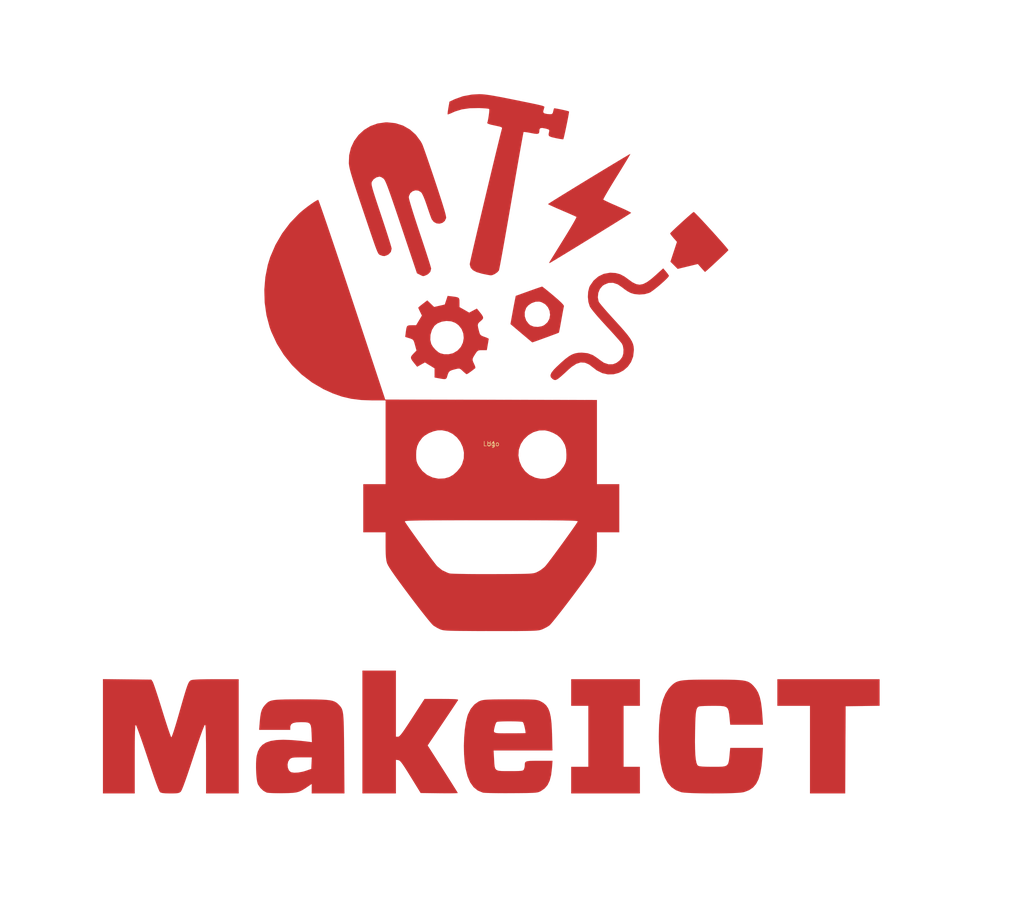
<source format=kicad_pcb>
(kicad_pcb (version 4) (host pcbnew 4.0.2+dfsg1-stable)

  (general
    (links 0)
    (no_connects 0)
    (area 153.67 104.14 467.360001 394.970001)
    (thickness 1.6)
    (drawings 2)
    (tracks 0)
    (zones 0)
    (modules 1)
    (nets 1)
  )

  (page A1)
  (layers
    (0 F.Cu signal)
    (31 B.Cu signal)
    (32 B.Adhes user)
    (33 F.Adhes user)
    (34 B.Paste user)
    (35 F.Paste user)
    (36 B.SilkS user)
    (37 F.SilkS user)
    (38 B.Mask user)
    (39 F.Mask user)
    (40 Dwgs.User user)
    (41 Cmts.User user)
    (42 Eco1.User user)
    (43 Eco2.User user)
    (44 Edge.Cuts user)
    (45 Margin user)
    (46 B.CrtYd user)
    (47 F.CrtYd user)
    (48 B.Fab user)
    (49 F.Fab user)
  )

  (setup
    (last_trace_width 0.25)
    (trace_clearance 0.2)
    (zone_clearance 0.508)
    (zone_45_only no)
    (trace_min 0.2)
    (segment_width 0.2)
    (edge_width 0.15)
    (via_size 0.6)
    (via_drill 0.4)
    (via_min_size 0.4)
    (via_min_drill 0.3)
    (uvia_size 0.3)
    (uvia_drill 0.1)
    (uvias_allowed no)
    (uvia_min_size 0.2)
    (uvia_min_drill 0.1)
    (pcb_text_width 0.3)
    (pcb_text_size 1.5 1.5)
    (mod_edge_width 0.15)
    (mod_text_size 1 1)
    (mod_text_width 0.15)
    (pad_size 1.524 1.524)
    (pad_drill 0.762)
    (pad_to_mask_clearance 0.2)
    (aux_axis_origin 0 0)
    (visible_elements FFFFFF7F)
    (pcbplotparams
      (layerselection 0x00000_00000001)
      (usegerberextensions false)
      (excludeedgelayer true)
      (linewidth 0.100000)
      (plotframeref false)
      (viasonmask false)
      (mode 1)
      (useauxorigin false)
      (hpglpennumber 1)
      (hpglpenspeed 20)
      (hpglpendiameter 15)
      (hpglpenoverlay 2)
      (psnegative false)
      (psa4output false)
      (plotreference true)
      (plotvalue true)
      (plotinvisibletext false)
      (padsonsilk false)
      (subtractmaskfromsilk false)
      (outputformat 1)
      (mirror false)
      (drillshape 0)
      (scaleselection 1)
      (outputdirectory ""))
  )

  (net 0 "")

  (net_class Default "This is the default net class."
    (clearance 0.2)
    (trace_width 0.25)
    (via_dia 0.6)
    (via_drill 0.4)
    (uvia_dia 0.3)
    (uvia_drill 0.1)
  )

  (module KiCad:LOGO (layer F.Cu) (tedit 0) (tstamp 58F15AAA)
    (at 314.8711 249.7836)
    (path /58F13072)
    (fp_text reference U1 (at 0 0) (layer F.SilkS)
      (effects (font (thickness 0.15)))
    )
    (fp_text value Logo (at 0 0) (layer F.SilkS)
      (effects (font (thickness 0.15)))
    )
    (fp_poly (pts (xy -119.625777 77.386869) (xy -111.68711 77.47) (xy -111.229666 78.147887) (xy -111.037362 78.577143)
      (xy -110.706359 79.47673) (xy -110.26006 80.776314) (xy -109.721872 82.405562) (xy -109.115197 84.294139)
      (xy -108.463442 86.37171) (xy -108.091111 87.579667) (xy -107.434083 89.699084) (xy -106.81736 91.639531)
      (xy -106.26265 93.336451) (xy -105.791665 94.725284) (xy -105.426114 95.741471) (xy -105.187708 96.320454)
      (xy -105.114481 96.431212) (xy -104.961055 96.195956) (xy -104.679835 95.474261) (xy -104.289852 94.324705)
      (xy -103.810135 92.805862) (xy -103.259715 90.976308) (xy -102.657622 88.894619) (xy -102.600378 88.692765)
      (xy -101.835947 86.001792) (xy -101.202967 83.802676) (xy -100.682606 82.043205) (xy -100.256034 80.671166)
      (xy -99.90442 79.634345) (xy -99.608932 78.88053) (xy -99.35074 78.357508) (xy -99.111012 78.013066)
      (xy -98.870918 77.794991) (xy -98.619375 77.654583) (xy -98.072865 77.537008) (xy -97.001891 77.446041)
      (xy -95.396682 77.381294) (xy -93.247469 77.342378) (xy -90.544481 77.328904) (xy -90.438943 77.328888)
      (xy -82.973333 77.328888) (xy -82.973333 114.864444) (xy -93.697778 114.864444) (xy -93.697778 103.575555)
      (xy -93.701224 100.644825) (xy -93.712476 98.235248) (xy -93.732905 96.303569) (xy -93.763882 94.806533)
      (xy -93.806777 93.700885) (xy -93.862962 92.94337) (xy -93.933807 92.490733) (xy -94.020683 92.299719)
      (xy -94.055551 92.286666) (xy -94.234636 92.551453) (xy -94.567894 93.325473) (xy -95.044343 94.578222)
      (xy -95.652999 96.27919) (xy -96.38288 98.397871) (xy -97.223003 100.903757) (xy -97.91556 103.008897)
      (xy -98.944739 106.131224) (xy -99.82091 108.726891) (xy -100.549556 110.810973) (xy -101.136161 112.398547)
      (xy -101.586207 113.504688) (xy -101.905176 114.144473) (xy -102.020977 114.297786) (xy -102.37582 114.56304)
      (xy -102.84184 114.731207) (xy -103.545647 114.82324) (xy -104.613852 114.860094) (xy -105.444804 114.864444)
      (xy -107.060128 114.825208) (xy -108.154184 114.704604) (xy -108.76487 114.498287) (xy -108.789975 114.480903)
      (xy -109.037577 114.086534) (xy -109.442631 113.150615) (xy -110.004974 111.673588) (xy -110.724447 109.655894)
      (xy -111.600888 107.097976) (xy -112.634136 104.000276) (xy -112.869898 103.284649) (xy -113.652215 100.928131)
      (xy -114.392 98.742987) (xy -115.068717 96.786712) (xy -115.661829 95.1168) (xy -116.150798 93.790745)
      (xy -116.515087 92.866039) (xy -116.734159 92.400178) (xy -116.77376 92.355783) (xy -116.864368 92.44093)
      (xy -116.938948 92.790011) (xy -116.998788 93.444434) (xy -117.045177 94.445606) (xy -117.079404 95.834934)
      (xy -117.102758 97.653827) (xy -117.116526 99.943692) (xy -117.121999 102.745937) (xy -117.122222 103.552037)
      (xy -117.122222 114.864444) (xy -127.564445 114.864444) (xy -127.564445 77.303739) (xy -119.625777 77.386869)) (layer F.Cu) (width 0.01))
    (fp_poly (pts (xy -59.735223 83.967198) (xy -57.460846 83.991207) (xy -55.627347 84.041755) (xy -54.17298 84.127459)
      (xy -53.036001 84.25694) (xy -52.154664 84.438813) (xy -51.467224 84.681698) (xy -50.911937 84.994213)
      (xy -50.427056 85.384976) (xy -50.113982 85.691608) (xy -49.740616 86.086073) (xy -49.427082 86.469187)
      (xy -49.167723 86.892091) (xy -48.956884 87.40593) (xy -48.788908 88.061843) (xy -48.65814 88.910974)
      (xy -48.558924 90.004464) (xy -48.485603 91.393455) (xy -48.432521 93.129089) (xy -48.394023 95.262509)
      (xy -48.364452 97.844856) (xy -48.338152 100.927273) (xy -48.331194 101.811666) (xy -48.228995 114.864444)
      (xy -58.984445 114.864444) (xy -58.984445 111.732883) (xy -60.183889 112.554487) (xy -61.336279 113.327096)
      (xy -62.284064 113.89051) (xy -63.155437 114.279264) (xy -64.078589 114.52789) (xy -65.181712 114.670923)
      (xy -66.592999 114.742898) (xy -68.438889 114.778324) (xy -70.04307 114.783735) (xy -71.504431 114.758312)
      (xy -72.704399 114.706391) (xy -73.524399 114.632307) (xy -73.771669 114.583312) (xy -74.834232 114.016524)
      (xy -75.840397 113.082567) (xy -76.601945 111.963111) (xy -76.696762 111.76) (xy -76.921673 110.932068)
      (xy -77.098239 109.689118) (xy -77.220322 108.178996) (xy -77.281785 106.549547) (xy -77.277964 105.394592)
      (xy -66.926902 105.394592) (xy -66.833245 106.414883) (xy -66.471979 107.292279) (xy -65.862581 107.851928)
      (xy -65.757778 107.895254) (xy -64.750681 108.057388) (xy -63.419083 107.996004) (xy -61.948767 107.728841)
      (xy -60.96 107.437109) (xy -59.125556 106.798076) (xy -59.042105 104.904593) (xy -58.958655 103.011111)
      (xy -62.269471 103.011111) (xy -63.707712 103.020011) (xy -64.697324 103.058652) (xy -65.354002 103.144943)
      (xy -65.793439 103.296794) (xy -66.131328 103.532114) (xy -66.233477 103.62475) (xy -66.733472 104.406264)
      (xy -66.926902 105.394592) (xy -77.277964 105.394592) (xy -77.276488 104.948619) (xy -77.198294 103.524056)
      (xy -77.077084 102.599786) (xy -76.67542 101.109888) (xy -76.053837 99.87864) (xy -75.174997 98.895345)
      (xy -74.001561 98.149308) (xy -72.496192 97.629831) (xy -70.621551 97.326218) (xy -68.3403 97.227774)
      (xy -65.615102 97.323802) (xy -62.408618 97.603606) (xy -60.431543 97.83132) (xy -58.915309 98.017921)
      (xy -59.031651 95.12134) (xy -59.112787 93.62244) (xy -59.270977 92.597822) (xy -59.591195 91.957382)
      (xy -60.158417 91.611012) (xy -61.057617 91.468608) (xy -62.37377 91.440063) (xy -62.503367 91.44)
      (xy -64.042145 91.507584) (xy -65.096015 91.731479) (xy -65.730592 92.143397) (xy -66.011487 92.77505)
      (xy -66.04 93.149336) (xy -66.04 93.98) (xy -76.266761 93.98) (xy -76.072239 91.510555)
      (xy -75.898907 89.733153) (xy -75.674912 88.395884) (xy -75.36244 87.374582) (xy -74.923679 86.545081)
      (xy -74.331753 85.795303) (xy -73.876584 85.313496) (xy -73.428869 84.924323) (xy -72.92499 84.617912)
      (xy -72.301333 84.384391) (xy -71.49428 84.213888) (xy -70.440215 84.09653) (xy -69.075522 84.022446)
      (xy -67.336584 83.981763) (xy -65.159785 83.964608) (xy -62.512222 83.961111) (xy -59.735223 83.967198)) (layer F.Cu) (width 0.01))
    (fp_poly (pts (xy -31.326667 96.237777) (xy -30.649837 96.237777) (xy -30.400479 96.175523) (xy -30.095281 95.954958)
      (xy -29.695874 95.525376) (xy -29.163891 94.83607) (xy -28.460964 93.836337) (xy -27.548724 92.475469)
      (xy -26.388804 90.702762) (xy -25.951705 90.028888) (xy -21.930403 83.82) (xy -16.310768 83.82)
      (xy -14.331808 83.827166) (xy -12.860114 83.851144) (xy -11.838655 83.895645) (xy -11.210406 83.964385)
      (xy -10.918337 84.061079) (xy -10.894425 84.172777) (xy -11.097498 84.487126) (xy -11.576001 85.209714)
      (xy -12.289937 86.280697) (xy -13.199307 87.64023) (xy -14.264115 89.228469) (xy -15.444361 90.985569)
      (xy -15.999318 91.810713) (xy -20.900918 99.095871) (xy -15.953792 106.828108) (xy -14.759848 108.698885)
      (xy -13.669599 110.416163) (xy -12.718924 111.922724) (xy -11.943702 113.161348) (xy -11.379811 114.074816)
      (xy -11.063128 114.605908) (xy -11.006667 114.717899) (xy -11.275294 114.760718) (xy -12.026985 114.792165)
      (xy -13.180453 114.811153) (xy -14.65441 114.816596) (xy -16.367569 114.807406) (xy -17.101344 114.799392)
      (xy -23.196021 114.723333) (xy -26.504874 109.361111) (xy -27.607811 107.58606) (xy -28.466702 106.239201)
      (xy -29.124626 105.262765) (xy -29.624661 104.598983) (xy -30.009887 104.190089) (xy -30.323382 103.978312)
      (xy -30.570197 103.909587) (xy -31.326667 103.820286) (xy -31.326667 114.864444) (xy -42.333333 114.864444)
      (xy -42.333333 74.506666) (xy -31.326667 74.506666) (xy -31.326667 96.237777)) (layer F.Cu) (width 0.01))
    (fp_poly (pts (xy 8.652279 83.962874) (xy 10.599701 83.970934) (xy 12.119625 83.989449) (xy 13.280525 84.022573)
      (xy 14.150871 84.074464) (xy 14.799134 84.149278) (xy 15.293788 84.251172) (xy 15.703303 84.384301)
      (xy 16.096151 84.552822) (xy 16.117278 84.562572) (xy 17.172582 85.159227) (xy 18.020622 85.912352)
      (xy 18.683594 86.884784) (xy 19.183694 88.13936) (xy 19.543117 89.738915) (xy 19.784058 91.746287)
      (xy 19.928714 94.224312) (xy 19.967125 95.461666) (xy 20.09864 100.753333) (xy 0.764589 100.753333)
      (xy 0.918184 103.540754) (xy 0.996933 104.975145) (xy 1.105059 106.017016) (xy 1.32339 106.728931)
      (xy 1.732754 107.173451) (xy 2.413978 107.41314) (xy 3.44789 107.510559) (xy 4.915319 107.528273)
      (xy 6.067778 107.526666) (xy 7.733161 107.521665) (xy 8.922413 107.499748) (xy 9.723809 107.450544)
      (xy 10.225625 107.363684) (xy 10.516136 107.228797) (xy 10.683617 107.035512) (xy 10.714515 106.980775)
      (xy 10.949744 106.254726) (xy 11.006667 105.733858) (xy 11.019054 105.15007) (xy 11.109291 104.729707)
      (xy 11.356992 104.445932) (xy 11.84177 104.27191) (xy 12.643239 104.180805) (xy 13.841014 104.145781)
      (xy 15.514707 104.140002) (xy 15.735163 104.14) (xy 20.121049 104.14) (xy 19.941393 106.477257)
      (xy 19.660893 108.795324) (xy 19.192531 110.642054) (xy 18.501596 112.08938) (xy 17.553379 113.209235)
      (xy 16.313171 114.073551) (xy 16.262832 114.100708) (xy 15.909195 114.278318) (xy 15.541756 114.419085)
      (xy 15.092423 114.52777) (xy 14.493106 114.609137) (xy 13.675715 114.667946) (xy 12.572161 114.708961)
      (xy 11.114351 114.736942) (xy 9.234197 114.756653) (xy 6.863608 114.772855) (xy 6.632222 114.774254)
      (xy 4.457926 114.779899) (xy 2.430187 114.771079) (xy 0.628003 114.749234) (xy -0.869626 114.715808)
      (xy -1.983702 114.672241) (xy -2.635226 114.619976) (xy -2.726198 114.60344) (xy -4.39552 113.934386)
      (xy -5.793422 112.816864) (xy -6.928353 111.236774) (xy -7.808767 109.180015) (xy -8.443114 106.632486)
      (xy -8.743753 104.563333) (xy -8.945608 101.950477) (xy -8.997526 99.220227) (xy -8.908195 96.496113)
      (xy -8.713176 94.215871) (xy 0.859686 94.215871) (xy 0.904709 94.61899) (xy 1.166744 94.879329)
      (xy 1.713086 95.027697) (xy 2.611028 95.094905) (xy 3.927866 95.11176) (xy 5.730893 95.109073)
      (xy 6.067778 95.108888) (xy 7.714108 95.105273) (xy 9.14703 95.095217) (xy 10.278734 95.079908)
      (xy 11.02141 95.060533) (xy 11.287254 95.038333) (xy 11.209357 94.29764) (xy 11.033618 93.378914)
      (xy 10.805932 92.466153) (xy 10.572196 91.743357) (xy 10.378364 91.39456) (xy 9.962185 91.306538)
      (xy 9.110791 91.240282) (xy 7.952685 91.196002) (xy 6.616372 91.173903) (xy 5.230356 91.174193)
      (xy 3.923139 91.197079) (xy 2.823227 91.242768) (xy 2.059123 91.311466) (xy 1.779603 91.380709)
      (xy 1.516647 91.768041) (xy 1.246787 92.494902) (xy 1.151502 92.858055) (xy 0.964382 93.639162)
      (xy 0.859686 94.215871) (xy -8.713176 94.215871) (xy -8.686303 93.901667) (xy -8.340536 91.560419)
      (xy -7.879584 89.595901) (xy -7.64061 88.877606) (xy -6.746099 87.09016) (xy -5.56379 85.658762)
      (xy -4.169978 84.669403) (xy -3.736456 84.4772) (xy -3.301894 84.328995) (xy -2.807317 84.211828)
      (xy -2.184175 84.122144) (xy -1.363918 84.056385) (xy -0.277996 84.010993) (xy 1.142142 83.982411)
      (xy 2.965047 83.967083) (xy 5.259268 83.96145) (xy 6.208889 83.961111) (xy 8.652279 83.962874)) (layer F.Cu) (width 0.01))
    (fp_poly (pts (xy 48.824444 86.077777) (xy 43.462222 86.077777) (xy 43.462222 106.115555) (xy 48.824444 106.115555)
      (xy 48.824444 114.864444) (xy 26.246667 114.864444) (xy 26.246667 106.115555) (xy 31.891111 106.115555)
      (xy 31.891111 86.077777) (xy 26.246667 86.077777) (xy 26.246667 77.328888) (xy 48.824444 77.328888)
      (xy 48.824444 86.077777)) (layer F.Cu) (width 0.01))
    (fp_poly (pts (xy 75.541543 77.474617) (xy 77.906848 77.494606) (xy 79.828533 77.539169) (xy 81.366995 77.617508)
      (xy 82.582627 77.738827) (xy 83.535826 77.912328) (xy 84.286988 78.147215) (xy 84.896507 78.452689)
      (xy 85.42478 78.837953) (xy 85.932201 79.312212) (xy 86.135801 79.521523) (xy 87.002827 80.575187)
      (xy 87.685521 81.773121) (xy 88.209842 83.201644) (xy 88.601748 84.947077) (xy 88.887197 87.095736)
      (xy 89.062231 89.252777) (xy 89.259251 92.286666) (xy 78.502704 92.286666) (xy 78.321954 90.381666)
      (xy 78.166745 88.854425) (xy 77.978951 87.739321) (xy 77.675799 86.971651) (xy 77.174516 86.486711)
      (xy 76.392332 86.219799) (xy 75.246472 86.106211) (xy 73.654166 86.081243) (xy 72.821093 86.081631)
      (xy 71.360474 86.094645) (xy 70.06322 86.127536) (xy 69.054735 86.17562) (xy 68.460423 86.234212)
      (xy 68.402736 86.246662) (xy 68.015731 86.401965) (xy 67.708876 86.678163) (xy 67.471483 87.137389)
      (xy 67.292865 87.841774) (xy 67.162337 88.853451) (xy 67.069211 90.234554) (xy 67.0028 92.047214)
      (xy 66.952418 94.353564) (xy 66.946101 94.715537) (xy 66.91722 97.715925) (xy 66.944487 100.188419)
      (xy 67.030905 102.167062) (xy 67.179477 103.685898) (xy 67.393206 104.778969) (xy 67.675094 105.480319)
      (xy 67.920346 105.760685) (xy 68.373146 105.917869) (xy 69.261162 106.027336) (xy 70.625789 106.092156)
      (xy 72.50842 106.115398) (xy 72.706004 106.115555) (xy 74.535252 106.11386) (xy 75.881544 106.067279)
      (xy 76.826105 105.913564) (xy 77.450158 105.590468) (xy 77.834925 105.035745) (xy 78.061629 104.187148)
      (xy 78.211493 102.982431) (xy 78.321954 101.811666) (xy 78.502704 99.906666) (xy 89.259251 99.906666)
      (xy 89.062231 102.940555) (xy 88.790588 105.85303) (xy 88.371713 108.261028) (xy 87.780105 110.211234)
      (xy 86.990265 111.750333) (xy 85.976693 112.925008) (xy 84.713888 113.781945) (xy 83.176351 114.367828)
      (xy 82.762721 114.473508) (xy 81.95275 114.590839) (xy 80.673678 114.686634) (xy 79.018393 114.760959)
      (xy 77.079783 114.813881) (xy 74.950736 114.845465) (xy 72.72414 114.855778) (xy 70.492883 114.844887)
      (xy 68.349855 114.812856) (xy 66.387942 114.759754) (xy 64.700033 114.685645) (xy 63.379016 114.590596)
      (xy 62.51778 114.474673) (xy 62.44833 114.459022) (xy 60.71066 113.827707) (xy 59.222701 112.823396)
      (xy 57.975726 111.42446) (xy 56.961003 109.609272) (xy 56.169803 107.356202) (xy 55.593397 104.643621)
      (xy 55.223055 101.4499) (xy 55.050048 97.753412) (xy 55.034128 96.089262) (xy 55.115145 92.365161)
      (xy 55.365965 89.142725) (xy 55.796139 86.382404) (xy 56.415218 84.044644) (xy 57.232753 82.089895)
      (xy 58.258294 80.478604) (xy 59.009034 79.628482) (xy 59.569984 79.09115) (xy 60.115298 78.65109)
      (xy 60.706249 78.298621) (xy 61.404112 78.024064) (xy 62.270163 77.817738) (xy 63.365676 77.669964)
      (xy 64.751926 77.57106) (xy 66.490188 77.511348) (xy 68.641738 77.481147) (xy 71.267849 77.470776)
      (xy 72.672222 77.47) (xy 75.541543 77.474617)) (layer F.Cu) (width 0.01))
    (fp_poly (pts (xy 127.564444 86.065845) (xy 121.990555 86.142367) (xy 116.416667 86.218888) (xy 116.270383 114.864444)
      (xy 104.704444 114.864444) (xy 104.704444 86.077777) (xy 93.98 86.077777) (xy 93.98 77.328888)
      (xy 127.564444 77.328888) (xy 127.564444 86.065845)) (layer F.Cu) (width 0.01))
    (fp_poly (pts (xy -56.734298 -79.888443) (xy -56.444329 -79.122066) (xy -55.999969 -77.884423) (xy -55.412255 -76.207956)
      (xy -54.692224 -74.125108) (xy -53.850914 -71.66832) (xy -52.899361 -68.870036) (xy -51.848602 -65.762697)
      (xy -50.709675 -62.378746) (xy -49.493616 -58.750625) (xy -48.211462 -54.910776) (xy -46.874251 -50.891642)
      (xy -45.697321 -47.342778) (xy -34.832987 -14.534445) (xy -0.059827 -14.462778) (xy 34.713333 -14.391112)
      (xy 34.713333 13.264444) (xy 42.051111 13.264444) (xy 42.051111 29.068888) (xy 34.713333 29.068888)
      (xy 34.713333 33.410924) (xy 34.694223 35.363595) (xy 34.631333 36.856377) (xy 34.516323 37.992715)
      (xy 34.340856 38.876051) (xy 34.246858 39.197316) (xy 34.011074 39.739629) (xy 33.570929 40.513662)
      (xy 32.903186 41.553052) (xy 31.984607 42.891435) (xy 30.791955 44.562447) (xy 29.301991 46.599724)
      (xy 27.491479 49.036902) (xy 26.93823 49.776462) (xy 25.412218 51.79982) (xy 23.954867 53.705604)
      (xy 22.608489 55.440413) (xy 21.415397 56.950845) (xy 20.417903 58.183499) (xy 19.658319 59.084973)
      (xy 19.178958 59.601866) (xy 19.095825 59.674181) (xy 18.212481 60.238642) (xy 17.132869 60.785712)
      (xy 16.664758 60.980778) (xy 16.327131 61.099404) (xy 15.958093 61.19937) (xy 15.509108 61.282216)
      (xy 14.931642 61.349479) (xy 14.177158 61.402698) (xy 13.197121 61.44341) (xy 11.942997 61.473154)
      (xy 10.366249 61.493468) (xy 8.418342 61.505891) (xy 6.050741 61.511959) (xy 3.21491 61.513212)
      (xy -0.073583 61.511243) (xy -3.427687 61.507206) (xy -6.265345 61.500345) (xy -8.634557 61.489142)
      (xy -10.583318 61.472085) (xy -12.159628 61.447658) (xy -13.411483 61.414346) (xy -14.386882 61.370635)
      (xy -15.133822 61.315008) (xy -15.700301 61.245953) (xy -16.134317 61.161953) (xy -16.483868 61.061493)
      (xy -16.687965 60.986867) (xy -17.750815 60.482344) (xy -18.804955 59.848494) (xy -19.068696 59.659512)
      (xy -19.47243 59.256448) (xy -20.168324 58.453114) (xy -21.113446 57.303452) (xy -22.264863 55.861406)
      (xy -23.579643 54.180919) (xy -25.014853 52.315935) (xy -26.527561 50.320397) (xy -26.961479 49.742503)
      (xy -28.860437 47.195212) (xy -30.43245 45.056824) (xy -31.700821 43.293607) (xy -32.688853 41.871831)
      (xy -33.419849 40.757767) (xy -33.917113 39.917683) (xy -34.203949 39.317849) (xy -34.246858 39.197316)
      (xy -34.450281 38.389571) (xy -34.589735 37.372386) (xy -34.673557 36.042318) (xy -34.710087 34.295924)
      (xy -34.713333 33.410924) (xy -34.713333 29.068888) (xy -42.051111 29.068888) (xy -42.051111 25.514736)
      (xy -28.412507 25.514736) (xy -28.188707 25.896032) (xy -27.678997 26.660061) (xy -26.934216 27.736571)
      (xy -26.005204 29.05531) (xy -24.942804 30.546025) (xy -23.797855 32.138465) (xy -22.621197 33.762377)
      (xy -21.463672 35.347509) (xy -20.376121 36.823609) (xy -19.409383 38.120424) (xy -18.6143 39.167703)
      (xy -18.041712 39.895193) (xy -17.806652 40.170025) (xy -16.144994 41.537977) (xy -14.184629 42.4409)
      (xy -13.621606 42.597237) (xy -13.126323 42.648757) (xy -12.128161 42.694739) (xy -10.688669 42.734279)
      (xy -8.869392 42.766476) (xy -6.73188 42.790425) (xy -4.337678 42.805223) (xy -1.748333 42.809967)
      (xy 0.564444 42.805404) (xy 3.625429 42.793568) (xy 6.175048 42.781126) (xy 8.266374 42.765526)
      (xy 9.952482 42.744216) (xy 11.286447 42.714645) (xy 12.321343 42.674261) (xy 13.110245 42.620511)
      (xy 13.706226 42.550845) (xy 14.162362 42.46271) (xy 14.531726 42.353555) (xy 14.867394 42.220829)
      (xy 15.126778 42.105267) (xy 16.189647 41.494819) (xy 17.257861 40.682936) (xy 17.693855 40.270822)
      (xy 18.102788 39.787475) (xy 18.768277 38.937262) (xy 19.639253 37.790486) (xy 20.664648 36.417453)
      (xy 21.793395 34.888465) (xy 22.974424 33.273827) (xy 24.156669 31.643842) (xy 25.289061 30.068816)
      (xy 26.320532 28.619052) (xy 27.200014 27.364853) (xy 27.87644 26.376525) (xy 28.29874 25.72437)
      (xy 28.412506 25.514736) (xy 28.375126 25.449279) (xy 28.189537 25.391234) (xy 27.82535 25.340174)
      (xy 27.252178 25.295677) (xy 26.439632 25.257316) (xy 25.357322 25.224668) (xy 23.974861 25.197308)
      (xy 22.26186 25.174812) (xy 20.187931 25.156754) (xy 17.722684 25.142711) (xy 14.835731 25.132257)
      (xy 11.496684 25.124968) (xy 7.675154 25.120421) (xy 3.340752 25.118189) (xy 0 25.117777)
      (xy -4.709868 25.118646) (xy -8.885681 25.121534) (xy -12.55783 25.126868) (xy -15.756702 25.13507)
      (xy -18.512687 25.146567) (xy -20.856172 25.161781) (xy -22.817546 25.181139) (xy -24.427198 25.205064)
      (xy -25.715517 25.233981) (xy -26.71289 25.268315) (xy -27.449707 25.30849) (xy -27.956357 25.354931)
      (xy -28.263227 25.408062) (xy -28.400706 25.468308) (xy -28.412507 25.514736) (xy -42.051111 25.514736)
      (xy -42.051111 13.264444) (xy -34.713333 13.264444) (xy -34.713333 3.527777) (xy -24.68956 3.527777)
      (xy -24.664762 4.761465) (xy -24.551813 5.651341) (xy -24.302477 6.416625) (xy -23.868517 7.276536)
      (xy -23.862183 7.287979) (xy -22.642294 8.94763) (xy -21.086855 10.219739) (xy -19.290769 11.070631)
      (xy -17.348938 11.466629) (xy -15.356268 11.374059) (xy -13.706543 10.891584) (xy -12.455295 10.148561)
      (xy -11.217635 9.039825) (xy -10.166421 7.741172) (xy -9.581343 6.6963) (xy -9.027368 4.790837)
      (xy -8.999419 3.838572) (xy 8.916013 3.838572) (xy 9.24203 5.710484) (xy 9.985518 7.463076)
      (xy 11.104988 9.00397) (xy 12.558955 10.240789) (xy 14.305929 11.081154) (xy 14.65828 11.185886)
      (xy 16.191069 11.494102) (xy 17.548029 11.489872) (xy 19.025009 11.170776) (xy 19.096905 11.149608)
      (xy 20.929625 10.324652) (xy 22.534195 9.05204) (xy 23.775771 7.440799) (xy 23.853624 7.303703)
      (xy 24.294016 6.4354) (xy 24.547681 5.669908) (xy 24.663319 4.787246) (xy 24.689631 3.56743)
      (xy 24.689559 3.527777) (xy 24.574662 1.781612) (xy 24.186757 0.350186) (xy 23.448209 -0.981317)
      (xy 22.719423 -1.923452) (xy 21.744059 -2.777419) (xy 20.407139 -3.545564) (xy 18.911404 -4.129241)
      (xy 17.598367 -4.415139) (xy 15.687984 -4.36881) (xy 13.83203 -3.81645) (xy 12.129667 -2.8147)
      (xy 10.680059 -1.420199) (xy 9.682343 0.106299) (xy 9.048955 1.939717) (xy 8.916013 3.838572)
      (xy -8.999419 3.838572) (xy -8.971531 2.888436) (xy -9.362124 1.060768) (xy -10.147435 -0.620501)
      (xy -11.275756 -2.083701) (xy -12.695377 -3.257164) (xy -14.354589 -4.069222) (xy -16.201682 -4.448206)
      (xy -17.598368 -4.415139) (xy -19.063811 -4.081514) (xy -20.552713 -3.474734) (xy -21.862329 -2.693447)
      (xy -22.719424 -1.923452) (xy -23.736029 -0.538826) (xy -24.350029 0.801947) (xy -24.63906 2.313683)
      (xy -24.68956 3.527777) (xy -34.713333 3.527777) (xy -34.713333 -14.252223) (xy -39.158333 -14.255953)
      (xy -42.758148 -14.384475) (xy -46.008621 -14.788714) (xy -49.072191 -15.506315) (xy -52.111298 -16.574927)
      (xy -55.148163 -17.96174) (xy -58.878293 -20.139944) (xy -62.318463 -22.774222) (xy -65.422835 -25.811725)
      (xy -68.145572 -29.199605) (xy -70.440838 -32.885015) (xy -72.262796 -36.815106) (xy -72.808821 -38.32377)
      (xy -73.854333 -42.265095) (xy -74.437015 -46.391227) (xy -74.557711 -50.59205) (xy -74.217268 -54.757447)
      (xy -73.41653 -58.777301) (xy -72.632363 -61.30817) (xy -70.907074 -65.319593) (xy -68.712899 -69.097909)
      (xy -66.101579 -72.566716) (xy -63.124858 -75.649614) (xy -62.605767 -76.11276) (xy -61.582741 -76.965522)
      (xy -60.452843 -77.842459) (xy -59.31943 -78.670944) (xy -58.285859 -79.378346) (xy -57.455488 -79.892038)
      (xy -56.931674 -80.139389) (xy -56.85884 -80.151112) (xy -56.734298 -79.888443)) (layer F.Cu) (width 0.01))
    (fp_poly (pts (xy 57.411138 -56.545569) (xy 57.951896 -55.866984) (xy 58.299649 -55.341221) (xy 58.36634 -55.174445)
      (xy 58.172493 -54.832172) (xy 57.623155 -54.229483) (xy 56.812139 -53.447613) (xy 55.833256 -52.567796)
      (xy 54.78032 -51.671266) (xy 53.747142 -50.839256) (xy 52.827535 -50.153002) (xy 52.11531 -49.693737)
      (xy 51.928889 -49.600114) (xy 50.379987 -49.158562) (xy 48.621093 -49.02972) (xy 46.895325 -49.21426)
      (xy 45.713414 -49.582882) (xy 44.779005 -50.093919) (xy 43.728692 -50.80924) (xy 43.102772 -51.308637)
      (xy 41.553208 -52.376086) (xy 40.02028 -52.890236) (xy 38.522626 -52.849455) (xy 37.078884 -52.252115)
      (xy 36.551791 -51.881624) (xy 35.675588 -50.858982) (xy 35.143363 -49.534626) (xy 34.998982 -48.084888)
      (xy 35.269902 -46.728493) (xy 35.531137 -46.330178) (xy 36.12386 -45.58409) (xy 36.993314 -44.554053)
      (xy 38.084741 -43.303891) (xy 39.343384 -41.897429) (xy 40.518746 -40.610508) (xy 42.291176 -38.668426)
      (xy 43.704413 -37.06492) (xy 44.797711 -35.738769) (xy 45.610322 -34.628752) (xy 46.181499 -33.673646)
      (xy 46.550497 -32.812231) (xy 46.756567 -31.983285) (xy 46.838963 -31.125586) (xy 46.846132 -30.741942)
      (xy 46.603984 -28.669988) (xy 45.917602 -26.858377) (xy 44.858606 -25.33834) (xy 43.498615 -24.141108)
      (xy 41.90925 -23.297911) (xy 40.16213 -22.839982) (xy 38.328875 -22.798551) (xy 36.481105 -23.204849)
      (xy 34.690441 -24.090108) (xy 33.572608 -24.953786) (xy 32.116038 -26.062435) (xy 30.731312 -26.655156)
      (xy 29.361686 -26.728506) (xy 27.950413 -26.279043) (xy 26.44075 -25.303324) (xy 25.461821 -24.461728)
      (xy 24.033415 -23.143297) (xy 22.949579 -22.172029) (xy 22.143376 -21.508748) (xy 21.547869 -21.114274)
      (xy 21.096122 -20.94943) (xy 20.721199 -20.975037) (xy 20.356162 -21.151917) (xy 20.100574 -21.323781)
      (xy 19.556732 -21.886347) (xy 19.443924 -22.550256) (xy 19.778233 -23.364194) (xy 20.575741 -24.376842)
      (xy 21.378333 -25.1918) (xy 23.031222 -26.743396) (xy 24.393194 -27.923222) (xy 25.549881 -28.779991)
      (xy 26.586918 -29.362421) (xy 27.589935 -29.719224) (xy 28.644565 -29.899118) (xy 29.742943 -29.950321)
      (xy 31.667615 -29.757048) (xy 33.418735 -29.113605) (xy 35.117253 -27.971802) (xy 35.476864 -27.665707)
      (xy 36.991884 -26.618159) (xy 38.530946 -26.108061) (xy 39.958796 -26.128745) (xy 41.156749 -26.598847)
      (xy 42.261076 -27.460769) (xy 43.049025 -28.524047) (xy 43.382906 -29.624725) (xy 43.442997 -30.924414)
      (xy 43.236619 -32.164889) (xy 42.925568 -32.878889) (xy 42.586602 -33.31934) (xy 41.921239 -34.102377)
      (xy 40.990098 -35.159715) (xy 39.853798 -36.423066) (xy 38.572956 -37.824143) (xy 37.664445 -38.805556)
      (xy 36.080199 -40.536275) (xy 34.715387 -42.083672) (xy 33.613829 -43.395392) (xy 32.819341 -44.419082)
      (xy 32.375743 -45.102387) (xy 32.349771 -45.155556) (xy 31.908353 -46.583965) (xy 31.734291 -48.240271)
      (xy 31.826186 -49.909905) (xy 32.182637 -51.378299) (xy 32.393453 -51.850838) (xy 33.611927 -53.61311)
      (xy 35.15083 -54.950654) (xy 36.946954 -55.823142) (xy 38.937092 -56.190246) (xy 39.208165 -56.198766)
      (xy 40.868966 -56.098205) (xy 42.330291 -55.701362) (xy 43.768579 -54.94233) (xy 45.027587 -54.024941)
      (xy 46.388603 -53.045663) (xy 47.596243 -52.452355) (xy 48.7358 -52.256826) (xy 49.892566 -52.470884)
      (xy 51.151833 -53.106338) (xy 52.598893 -54.174996) (xy 53.832221 -55.24392) (xy 56.479078 -57.634471)
      (xy 57.411138 -56.545569)) (layer F.Cu) (width 0.01))
    (fp_poly (pts (xy -12.764719 -48.403778) (xy -11.628978 -48.247166) (xy -10.941216 -48.062357) (xy -10.589075 -47.753188)
      (xy -10.460197 -47.223498) (xy -10.442222 -46.416074) (xy -10.442222 -44.914759) (xy -7.24825 -43.087353)
      (xy -5.99104 -43.754301) (xy -4.73383 -44.42125) (xy -3.93356 -43.447847) (xy -3.158066 -42.466841)
      (xy -2.744433 -41.783071) (xy -2.675974 -41.275087) (xy -2.935997 -40.821442) (xy -3.50176 -40.305674)
      (xy -4.028172 -39.846049) (xy -4.332014 -39.436487) (xy -4.429745 -38.940461) (xy -4.337824 -38.221445)
      (xy -4.072708 -37.142912) (xy -3.941892 -36.65465) (xy -3.70586 -36.00128) (xy -3.328343 -35.590511)
      (xy -2.63788 -35.268102) (xy -2.252539 -35.134927) (xy -1.46417 -34.844345) (xy -0.954049 -34.601179)
      (xy -0.846667 -34.502104) (xy -0.891681 -34.157951) (xy -1.009153 -33.423468) (xy -1.157861 -32.549229)
      (xy -1.469054 -30.762223) (xy -2.962885 -30.762223) (xy -3.81901 -30.740247) (xy -4.356157 -30.597414)
      (xy -4.774572 -30.218365) (xy -5.274504 -29.487741) (xy -5.332802 -29.396959) (xy -5.882033 -28.49999)
      (xy -6.133798 -27.86856) (xy -6.106383 -27.300344) (xy -5.818075 -26.593014) (xy -5.621578 -26.201846)
      (xy -5.318467 -25.477647) (xy -5.2255 -24.966189) (xy -5.268801 -24.852196) (xy -6.012191 -24.253695)
      (xy -6.807273 -23.659406) (xy -7.510642 -23.171242) (xy -7.978898 -22.891115) (xy -8.072047 -22.86)
      (xy -8.389983 -23.041987) (xy -8.949182 -23.506872) (xy -9.328667 -23.862751) (xy -9.956021 -24.446904)
      (xy -10.422394 -24.703578) (xy -10.970558 -24.699728) (xy -11.739455 -24.527644) (xy -12.864415 -24.222055)
      (xy -13.571212 -23.907097) (xy -13.99745 -23.474811) (xy -14.280734 -22.817242) (xy -14.390139 -22.448077)
      (xy -14.59052 -21.785447) (xy -14.819804 -21.399905) (xy -15.205373 -21.247795) (xy -15.874608 -21.285463)
      (xy -16.954889 -21.469252) (xy -17.145 -21.503942) (xy -18.626667 -21.774164) (xy -18.626667 -24.790171)
      (xy -21.801551 -26.732007) (xy -23.076253 -26.019563) (xy -24.350956 -25.307118) (xy -25.143278 -26.270781)
      (xy -25.912518 -27.244581) (xy -26.322412 -27.931371) (xy -26.391166 -28.463729) (xy -26.136984 -28.974235)
      (xy -25.597112 -29.575984) (xy -24.563167 -30.63484) (xy -25.052655 -32.448595) (xy -25.330079 -33.420162)
      (xy -25.587755 -33.997213) (xy -25.75732 -34.152977) (xy -20.033333 -34.152977) (xy -19.738246 -32.826706)
      (xy -19.18619 -31.868549) (xy -18.320823 -30.878915) (xy -17.340447 -30.064756) (xy -16.792222 -29.752227)
      (xy -15.508816 -29.422666) (xy -14.033698 -29.415053) (xy -12.637216 -29.72715) (xy -12.48312 -29.787915)
      (xy -11.034039 -30.661202) (xy -9.973594 -31.843772) (xy -9.308309 -33.23693) (xy -9.044708 -34.741982)
      (xy -9.189314 -36.260233) (xy -9.74865 -37.69299) (xy -10.72924 -38.941558) (xy -11.825083 -39.743545)
      (xy -13.202211 -40.24001) (xy -14.750883 -40.357056) (xy -16.302586 -40.118797) (xy -17.688806 -39.549346)
      (xy -18.663189 -38.765032) (xy -19.500507 -37.419705) (xy -19.969162 -35.816393) (xy -20.033333 -34.152977)
      (xy -25.75732 -34.152977) (xy -25.950854 -34.330759) (xy -26.544544 -34.571807) (xy -26.907527 -34.686373)
      (xy -28.272911 -35.110396) (xy -28.08062 -36.649442) (xy -27.924107 -37.777887) (xy -27.738264 -38.4588)
      (xy -27.427671 -38.805213) (xy -26.896907 -38.930156) (xy -26.141297 -38.946667) (xy -24.685205 -38.946667)
      (xy -23.73448 -40.536174) (xy -22.783754 -42.125681) (xy -23.386322 -43.365946) (xy -23.736196 -44.108679)
      (xy -23.953585 -44.613641) (xy -23.988889 -44.726925) (xy -23.782294 -44.945846) (xy -23.241462 -45.401936)
      (xy -22.507222 -45.978111) (xy -21.025556 -47.108584) (xy -18.767778 -44.947172) (xy -17.021382 -45.349208)
      (xy -15.274986 -45.751243) (xy -14.802012 -47.175235) (xy -14.329037 -48.599227) (xy -12.764719 -48.403778)) (layer F.Cu) (width 0.01))
    (fp_poly (pts (xy 16.975145 -51.473248) (xy 17.599038 -50.994598) (xy 18.500503 -50.270845) (xy 19.603642 -49.362628)
      (xy 20.45305 -48.651397) (xy 21.925871 -47.382915) (xy 22.968346 -46.420089) (xy 23.606568 -45.736514)
      (xy 23.866628 -45.305789) (xy 23.869433 -45.194175) (xy 23.773276 -44.761086) (xy 23.602185 -43.884475)
      (xy 23.377386 -42.677015) (xy 23.120102 -41.251378) (xy 23.016521 -40.666155) (xy 22.758086 -39.224943)
      (xy 22.528669 -37.995948) (xy 22.347692 -37.079432) (xy 22.234578 -36.575658) (xy 22.211587 -36.510846)
      (xy 21.936186 -36.393908) (xy 21.239134 -36.126469) (xy 20.228679 -35.748115) (xy 19.013068 -35.298432)
      (xy 17.700548 -34.817006) (xy 16.399365 -34.34342) (xy 15.217767 -33.917262) (xy 14.264 -33.578117)
      (xy 13.646313 -33.36557) (xy 13.46741 -33.31314) (xy 13.242712 -33.489541) (xy 12.660317 -33.970706)
      (xy 11.792778 -34.696045) (xy 10.712648 -35.604971) (xy 9.855366 -36.329482) (xy 6.305177 -39.334907)
      (xy 6.843087 -42.315787) (xy 7.020615 -43.287334) (xy 10.995927 -43.287334) (xy 11.00695 -41.854324)
      (xy 11.4676 -40.490511) (xy 12.342586 -39.340013) (xy 12.870751 -38.924564) (xy 13.975923 -38.488248)
      (xy 15.302096 -38.387607) (xy 16.618356 -38.620125) (xy 17.400753 -38.973914) (xy 18.473272 -39.922252)
      (xy 19.107868 -41.090842) (xy 19.327121 -42.373544) (xy 19.153615 -43.664217) (xy 18.60993 -44.85672)
      (xy 17.718648 -45.844913) (xy 16.50235 -46.522655) (xy 15.753528 -46.716381) (xy 14.53411 -46.671374)
      (xy 13.26468 -46.221929) (xy 12.150248 -45.467159) (xy 11.469823 -44.645423) (xy 10.995927 -43.287334)
      (xy 7.020615 -43.287334) (xy 7.107907 -43.765048) (xy 7.377396 -45.209387) (xy 7.611232 -46.433959)
      (xy 7.712165 -46.946566) (xy 8.043333 -48.596465) (xy 12.276667 -50.121052) (xy 13.726185 -50.638921)
      (xy 14.986859 -51.081451) (xy 15.964283 -51.416127) (xy 16.564051 -51.610436) (xy 16.704724 -51.646153)
      (xy 16.975145 -51.473248)) (layer F.Cu) (width 0.01))
    (fp_poly (pts (xy -31.475406 -105.320663) (xy -28.972944 -104.523777) (xy -26.724627 -103.243841) (xy -24.777415 -101.509943)
      (xy -23.178268 -99.351173) (xy -22.706922 -98.495556) (xy -22.511261 -98.019653) (xy -22.160024 -97.06972)
      (xy -21.674747 -95.707662) (xy -21.076962 -93.995388) (xy -20.388205 -91.994804) (xy -19.630009 -89.767818)
      (xy -18.823908 -87.376337) (xy -18.436542 -86.218889) (xy -17.417837 -83.147379) (xy -16.581224 -80.57796)
      (xy -15.918003 -78.481503) (xy -15.419474 -76.828878) (xy -15.076936 -75.590956) (xy -14.88169 -74.738607)
      (xy -14.825035 -74.242701) (xy -14.834136 -74.157329) (xy -15.283554 -73.197524) (xy -16.05254 -72.578855)
      (xy -17.002586 -72.312668) (xy -17.99518 -72.410308) (xy -18.891812 -72.883123) (xy -19.553971 -73.742459)
      (xy -19.56663 -73.76966) (xy -19.804891 -74.363938) (xy -20.169811 -75.364072) (xy -20.614795 -76.638719)
      (xy -21.093251 -78.05654) (xy -21.173922 -78.300409) (xy -21.747968 -79.935954) (xy -22.284626 -81.265616)
      (xy -22.746524 -82.202726) (xy -23.029752 -82.604298) (xy -23.926052 -83.160307) (xy -24.914729 -83.259627)
      (xy -25.856563 -82.96031) (xy -26.612334 -82.32041) (xy -27.042826 -81.39798) (xy -27.093333 -80.909804)
      (xy -27.005024 -80.437877) (xy -26.753001 -79.494666) (xy -26.35662 -78.142818) (xy -25.83524 -76.444981)
      (xy -25.208216 -74.463802) (xy -24.494905 -72.261927) (xy -23.714665 -69.902005) (xy -23.424445 -69.035692)
      (xy -22.627804 -66.652186) (xy -21.890707 -64.420317) (xy -21.232305 -62.400054) (xy -20.671748 -60.651366)
      (xy -20.228187 -59.234222) (xy -19.920773 -58.208592) (xy -19.768658 -57.634444) (xy -19.755556 -57.54683)
      (xy -20.015126 -56.515687) (xy -20.770715 -55.7236) (xy -21.32143 -55.432775) (xy -21.967454 -55.162324)
      (xy -22.356478 -55.076855) (xy -22.743344 -55.187868) (xy -23.382892 -55.50686) (xy -23.424445 -55.527661)
      (xy -24.412222 -56.021112) (xy -29.512956 -71.232826) (xy -30.627787 -74.550181) (xy -31.5822 -77.371622)
      (xy -32.391205 -79.737726) (xy -33.069809 -81.689069) (xy -33.633023 -83.26623) (xy -34.095854 -84.509785)
      (xy -34.473311 -85.460311) (xy -34.780403 -86.158386) (xy -35.032139 -86.644587) (xy -35.243526 -86.959491)
      (xy -35.384805 -87.107826) (xy -36.058573 -87.558019) (xy -36.670418 -87.76893) (xy -36.718642 -87.771112)
      (xy -37.738093 -87.524152) (xy -38.660517 -86.889236) (xy -39.224653 -86.088005) (xy -39.306186 -85.836827)
      (xy -39.339388 -85.533466) (xy -39.309291 -85.123793) (xy -39.200925 -84.553682) (xy -38.999321 -83.769003)
      (xy -38.689509 -82.715629) (xy -38.25652 -81.33943) (xy -37.685384 -79.58628) (xy -36.961131 -77.402049)
      (xy -36.157492 -74.997473) (xy -35.389266 -72.686343) (xy -34.681283 -70.523904) (xy -34.05331 -68.573014)
      (xy -33.525119 -66.896531) (xy -33.116477 -65.557314) (xy -32.847156 -64.618221) (xy -32.736923 -64.14211)
      (xy -32.735309 -64.116447) (xy -32.985886 -63.034964) (xy -33.728133 -62.23056) (xy -34.312717 -61.920098)
      (xy -35.068825 -61.67491) (xy -35.701966 -61.722272) (xy -36.235135 -61.916879) (xy -36.455879 -61.999524)
      (xy -36.644145 -62.072477) (xy -36.816291 -62.177162) (xy -36.988674 -62.354998) (xy -37.177654 -62.647406)
      (xy -37.399588 -63.095808) (xy -37.670835 -63.741625) (xy -38.007753 -64.626277) (xy -38.4267 -65.791185)
      (xy -38.944035 -67.277771) (xy -39.576116 -69.127455) (xy -40.339301 -71.381659) (xy -41.249948 -74.081803)
      (xy -42.324417 -77.269309) (xy -42.477635 -77.723573) (xy -43.49868 -80.761566) (xy -44.348383 -83.31775)
      (xy -45.04195 -85.443045) (xy -45.594585 -87.188371) (xy -46.021496 -88.604644) (xy -46.337886 -89.742786)
      (xy -46.558962 -90.653713) (xy -46.69993 -91.388345) (xy -46.775994 -91.997601) (xy -46.788075 -92.157979)
      (xy -46.693411 -94.77698) (xy -46.09837 -97.233938) (xy -45.052794 -99.47567) (xy -43.606527 -101.448995)
      (xy -41.809412 -103.100728) (xy -39.711292 -104.377687) (xy -37.362011 -105.22669) (xy -34.811411 -105.594554)
      (xy -34.185053 -105.605412) (xy -31.475406 -105.320663)) (layer F.Cu) (width 0.01))
    (fp_poly (pts (xy -3.089981 -114.833115) (xy -2.070562 -114.743541) (xy -0.826675 -114.580177) (xy 0.707857 -114.332403)
      (xy 2.599213 -113.989596) (xy 4.91357 -113.541135) (xy 7.478889 -113.02496) (xy 10.105378 -112.490233)
      (xy 12.230998 -112.055859) (xy 13.90767 -111.70807) (xy 15.187313 -111.433099) (xy 16.121846 -111.21718)
      (xy 16.763189 -111.046544) (xy 17.163261 -110.907426) (xy 17.373983 -110.786057) (xy 17.447273 -110.668671)
      (xy 17.43505 -110.541501) (xy 17.390854 -110.396683) (xy 17.204766 -109.734766) (xy 17.080803 -109.299957)
      (xy 17.094147 -108.833493) (xy 17.495402 -108.524439) (xy 18.348316 -108.342429) (xy 19.232182 -108.2751)
      (xy 19.871244 -108.311572) (xy 20.184356 -108.612669) (xy 20.339976 -109.163767) (xy 20.503288 -109.826336)
      (xy 20.637825 -110.194059) (xy 20.64715 -110.205669) (xy 20.94502 -110.194082) (xy 21.635919 -110.082194)
      (xy 22.564375 -109.902905) (xy 23.574914 -109.689116) (xy 24.512064 -109.473728) (xy 25.22035 -109.289643)
      (xy 25.544302 -109.169761) (xy 25.544856 -109.169219) (xy 25.525392 -108.874302) (xy 25.405904 -108.141425)
      (xy 25.209714 -107.083429) (xy 24.960143 -105.813154) (xy 24.680512 -104.443443) (xy 24.394143 -103.087138)
      (xy 24.124357 -101.857079) (xy 23.894475 -100.866109) (xy 23.727819 -100.227069) (xy 23.659716 -100.047864)
      (xy 23.342523 -100.043752) (xy 22.610218 -100.147221) (xy 21.597382 -100.33765) (xy 21.147062 -100.432851)
      (xy 19.963133 -100.703886) (xy 19.24259 -100.946092) (xy 18.896642 -101.2477) (xy 18.836502 -101.696939)
      (xy 18.973382 -102.382039) (xy 19.015542 -102.550964) (xy 19.067355 -102.968633) (xy 18.87642 -103.230834)
      (xy 18.321576 -103.438729) (xy 17.791804 -103.572724) (xy 16.749787 -103.762378) (xy 16.132803 -103.694875)
      (xy 15.849232 -103.340369) (xy 15.800123 -102.9239) (xy 15.746342 -102.296954) (xy 15.530587 -101.932519)
      (xy 15.055135 -101.801017) (xy 14.222264 -101.87287) (xy 13.055752 -102.093274) (xy 11.98439 -102.295191)
      (xy 11.140379 -102.417474) (xy 10.662182 -102.44141) (xy 10.60781 -102.424107) (xy 10.5387 -102.129849)
      (xy 10.382324 -101.32101) (xy 10.146077 -100.039458) (xy 9.837356 -98.327059) (xy 9.463556 -96.225684)
      (xy 9.032075 -93.777199) (xy 8.550307 -91.023472) (xy 8.02565 -88.006373) (xy 7.4655 -84.767768)
      (xy 6.877253 -81.349526) (xy 6.624109 -79.873405) (xy 6.023472 -76.381) (xy 5.444786 -73.042588)
      (xy 4.895748 -69.900993) (xy 4.384052 -66.999045) (xy 3.917394 -64.379571) (xy 3.503468 -62.085397)
      (xy 3.149969 -60.159351) (xy 2.864593 -58.644261) (xy 2.655035 -57.582953) (xy 2.528989 -57.018255)
      (xy 2.503732 -56.941123) (xy 1.983727 -56.351356) (xy 1.18182 -55.795186) (xy 0.339541 -55.418791)
      (xy -0.141111 -55.340404) (xy -0.666864 -55.410501) (xy -1.575544 -55.577403) (xy -2.700387 -55.809704)
      (xy -3.104445 -55.898451) (xy -4.820251 -56.397111) (xy -6.021501 -57.028539) (xy -6.749235 -57.825933)
      (xy -7.044488 -58.82249) (xy -7.055556 -59.094771) (xy -6.991127 -59.462404) (xy -6.805927 -60.327677)
      (xy -6.512081 -61.639653) (xy -6.121715 -63.347395) (xy -5.646957 -65.399968) (xy -5.099933 -67.746434)
      (xy -4.492769 -70.335858) (xy -3.837592 -73.117304) (xy -3.146529 -76.039833) (xy -2.431705 -79.052512)
      (xy -1.705248 -82.104402) (xy -0.979284 -85.144568) (xy -0.26594 -88.122072) (xy 0.422659 -90.98598)
      (xy 1.074384 -93.685354) (xy 1.677111 -96.169258) (xy 2.218712 -98.386755) (xy 2.687061 -100.28691)
      (xy 3.070031 -101.818786) (xy 3.355496 -102.931446) (xy 3.531329 -103.573954) (xy 3.542189 -103.609653)
      (xy 3.51856 -103.847032) (xy 3.223904 -104.050688) (xy 2.569494 -104.255625) (xy 1.466603 -104.496846)
      (xy 1.120739 -104.564917) (xy -0.155255 -104.847432) (xy -0.986998 -105.108213) (xy -1.322543 -105.329985)
      (xy -1.322744 -105.377486) (xy -1.15114 -105.997006) (xy -0.97473 -106.895201) (xy -0.816292 -107.907798)
      (xy -0.698605 -108.87052) (xy -0.644448 -109.619094) (xy -0.676598 -109.989244) (xy -0.682289 -109.996363)
      (xy -1.033308 -110.088317) (xy -1.82548 -110.178011) (xy -2.935585 -110.254296) (xy -4.043877 -110.300475)
      (xy -7.035127 -110.244519) (xy -9.630788 -109.872935) (xy -11.912297 -109.171831) (xy -12.695924 -108.824782)
      (xy -13.518016 -108.455775) (xy -14.114989 -108.239386) (xy -14.330017 -108.215943) (xy -14.342794 -108.532198)
      (xy -14.264441 -109.254519) (xy -14.111599 -110.234913) (xy -14.087772 -110.369991) (xy -13.724459 -112.402969)
      (xy -11.988073 -113.215522) (xy -9.324338 -114.176269) (xy -6.352546 -114.727367) (xy -3.951111 -114.859523)
      (xy -3.089981 -114.833115)) (layer F.Cu) (width 0.01))
    (fp_poly (pts (xy 66.7724 -75.971763) (xy 67.351657 -75.407754) (xy 68.184191 -74.54998) (xy 69.212998 -73.461277)
      (xy 70.381072 -72.204482) (xy 71.631408 -70.842432) (xy 72.907001 -69.437963) (xy 74.150846 -68.053913)
      (xy 75.305938 -66.753119) (xy 76.315272 -65.598416) (xy 77.121842 -64.652642) (xy 77.668643 -63.978635)
      (xy 77.898671 -63.63923) (xy 77.901034 -63.615565) (xy 77.66518 -63.355093) (xy 77.10081 -62.79686)
      (xy 76.287097 -62.014721) (xy 75.303214 -61.082534) (xy 74.228336 -60.074155) (xy 73.141636 -59.063442)
      (xy 72.122288 -58.124251) (xy 71.249464 -57.330438) (xy 70.60234 -56.755861) (xy 70.260087 -56.474376)
      (xy 70.228382 -56.458159) (xy 70.006995 -56.660108) (xy 69.527594 -57.171704) (xy 68.992549 -57.770616)
      (xy 67.852875 -59.069359) (xy 61.228937 -57.453809) (xy 58.859193 -59.823553) (xy 59.929975 -63.076984)
      (xy 61.000758 -66.330416) (xy 59.844038 -67.644519) (xy 59.251641 -68.356221) (xy 58.863174 -68.898337)
      (xy 58.765326 -69.131286) (xy 59.009476 -69.413237) (xy 59.586576 -69.985481) (xy 60.415737 -70.774343)
      (xy 61.41607 -71.706148) (xy 62.506685 -72.707223) (xy 63.606692 -73.703894) (xy 64.635203 -74.622485)
      (xy 65.511328 -75.389324) (xy 66.154178 -75.930735) (xy 66.482864 -76.173045) (xy 66.503425 -76.179169)
      (xy 66.7724 -75.971763)) (layer F.Cu) (width 0.01))
    (fp_poly (pts (xy 45.563824 -94.971757) (xy 45.181537 -94.301356) (xy 44.569948 -93.270035) (xy 43.764331 -91.93644)
      (xy 42.799963 -90.359216) (xy 41.712116 -88.597009) (xy 41.214139 -87.795345) (xy 40.083839 -85.964369)
      (xy 39.064624 -84.2849) (xy 38.191573 -82.817026) (xy 37.499766 -81.620832) (xy 37.024281 -80.756406)
      (xy 36.800199 -80.283835) (xy 36.78957 -80.216529) (xy 37.084814 -80.033449) (xy 37.813288 -79.67189)
      (xy 38.888019 -79.17243) (xy 40.222032 -78.575645) (xy 41.472539 -78.031743) (xy 42.937967 -77.388572)
      (xy 44.197822 -76.809601) (xy 45.170384 -76.334535) (xy 45.773933 -76.003082) (xy 45.935574 -75.863276)
      (xy 45.692963 -75.690596) (xy 45.021649 -75.256541) (xy 43.974711 -74.593818) (xy 42.605226 -73.735135)
      (xy 40.966273 -72.713203) (xy 39.110929 -71.560727) (xy 37.092272 -70.310418) (xy 34.96338 -68.994983)
      (xy 32.777332 -67.647131) (xy 30.587203 -66.29957) (xy 28.446074 -64.985008) (xy 26.40702 -63.736155)
      (xy 24.523121 -62.585717) (xy 22.847455 -61.566403) (xy 21.433098 -60.710923) (xy 20.333129 -60.051984)
      (xy 19.600626 -59.622294) (xy 19.381217 -59.499591) (xy 19.066979 -59.359491) (xy 19.028261 -59.477656)
      (xy 19.276972 -59.942446) (xy 19.487991 -60.291756) (xy 19.814269 -60.822617) (xy 20.390833 -61.756791)
      (xy 21.170456 -63.017918) (xy 22.10591 -64.529642) (xy 23.149969 -66.215604) (xy 24.17646 -67.872096)
      (xy 25.228749 -69.587092) (xy 26.163651 -71.144431) (xy 26.944732 -72.480651) (xy 27.535561 -73.532289)
      (xy 27.899703 -74.235883) (xy 28.000726 -74.527971) (xy 27.998793 -74.530185) (xy 27.685406 -74.690934)
      (xy 26.939793 -75.032034) (xy 25.849822 -75.514523) (xy 24.503362 -76.099436) (xy 23.220113 -76.6492)
      (xy 21.741686 -77.286387) (xy 20.462274 -77.852425) (xy 19.464906 -78.309378) (xy 18.832608 -78.619311)
      (xy 18.644087 -78.74) (xy 18.877281 -78.911142) (xy 19.540536 -79.341104) (xy 20.581175 -79.997773)
      (xy 21.946519 -80.849036) (xy 23.583892 -81.862781) (xy 25.440617 -83.006893) (xy 27.464015 -84.249259)
      (xy 29.60141 -85.557767) (xy 31.800124 -86.900303) (xy 34.007479 -88.244754) (xy 36.170799 -89.559006)
      (xy 38.237407 -90.810946) (xy 40.154623 -91.968462) (xy 41.869772 -92.99944) (xy 43.330176 -93.871766)
      (xy 44.483157 -94.553328) (xy 45.276038 -95.012012) (xy 45.656142 -95.215704) (xy 45.681534 -95.222591)
      (xy 45.563824 -94.971757)) (layer F.Cu) (width 0.01))
  )

  (dimension 290.83 (width 0.3) (layer Cmts.User)
    (gr_text "11.4500 in" (at 486.49 249.555 90) (layer Cmts.User)
      (effects (font (size 1.5 1.5) (thickness 0.3)))
    )
    (feature1 (pts (xy 467.36 104.14) (xy 487.84 104.14)))
    (feature2 (pts (xy 467.36 394.97) (xy 487.84 394.97)))
    (crossbar (pts (xy 485.14 394.97) (xy 485.14 104.14)))
    (arrow1a (pts (xy 485.14 104.14) (xy 485.726421 105.266504)))
    (arrow1b (pts (xy 485.14 104.14) (xy 484.553579 105.266504)))
    (arrow2a (pts (xy 485.14 394.97) (xy 485.726421 393.843496)))
    (arrow2b (pts (xy 485.14 394.97) (xy 484.553579 393.843496)))
  )
  (dimension 313.692571 (width 0.3) (layer Cmts.User)
    (gr_text "12.3501 in" (at 310.473543 404.574843 359.7680345) (layer Cmts.User)
      (effects (font (size 1.5 1.5) (thickness 0.3)))
    )
    (feature1 (pts (xy 467.36 394.97) (xy 467.313078 406.559832)))
    (feature2 (pts (xy 153.67 393.7) (xy 153.623078 405.289832)))
    (crossbar (pts (xy 153.634009 402.589854) (xy 467.324009 403.859854)))
    (arrow1a (pts (xy 467.324009 403.859854) (xy 466.19514 404.441709)))
    (arrow1b (pts (xy 467.324009 403.859854) (xy 466.199889 403.268877)))
    (arrow2a (pts (xy 153.634009 402.589854) (xy 154.758129 403.180831)))
    (arrow2b (pts (xy 153.634009 402.589854) (xy 154.762878 402.007999)))
  )

  (zone (net 0) (net_name "") (layer F.Cu) (tstamp 58F15AD5) (hatch edge 0.508)
    (connect_pads (clearance 0.508))
    (min_thickness 0.254)
    (fill (arc_segments 16) (thermal_gap 0.508) (thermal_bridge_width 0.508))
    (polygon
      (pts
        (xy 154.94 104.14) (xy 467.36 104.14) (xy 467.36 394.97) (xy 153.67 393.7) (xy 153.67 104.14)
        (xy 154.94 104.14)
      )
    )
  )
)

</source>
